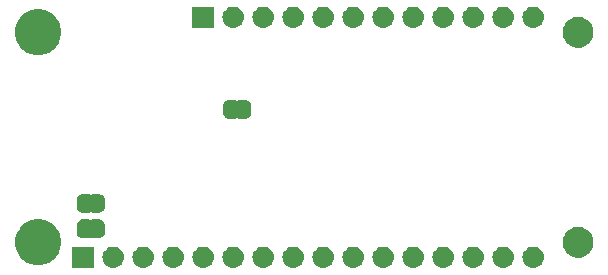
<source format=gbr>
G04 #@! TF.GenerationSoftware,KiCad,Pcbnew,(5.1.4)-1*
G04 #@! TF.CreationDate,2019-12-01T21:56:44-05:00*
G04 #@! TF.ProjectId,Feather-weather-station,46656174-6865-4722-9d77-656174686572,rev?*
G04 #@! TF.SameCoordinates,Original*
G04 #@! TF.FileFunction,Soldermask,Bot*
G04 #@! TF.FilePolarity,Negative*
%FSLAX46Y46*%
G04 Gerber Fmt 4.6, Leading zero omitted, Abs format (unit mm)*
G04 Created by KiCad (PCBNEW (5.1.4)-1) date 2019-12-01 21:56:44*
%MOMM*%
%LPD*%
G04 APERTURE LIST*
%ADD10C,0.100000*%
G04 APERTURE END LIST*
D10*
G36*
X128291543Y-71686019D02*
G01*
X128357727Y-71692537D01*
X128527566Y-71744057D01*
X128684091Y-71827722D01*
X128719829Y-71857052D01*
X128821286Y-71940314D01*
X128904548Y-72041771D01*
X128933878Y-72077509D01*
X129017543Y-72234034D01*
X129069063Y-72403873D01*
X129086459Y-72580500D01*
X129069063Y-72757127D01*
X129017543Y-72926966D01*
X128933878Y-73083491D01*
X128904548Y-73119229D01*
X128821286Y-73220686D01*
X128719829Y-73303948D01*
X128684091Y-73333278D01*
X128527566Y-73416943D01*
X128357727Y-73468463D01*
X128291542Y-73474982D01*
X128225360Y-73481500D01*
X128136840Y-73481500D01*
X128070658Y-73474982D01*
X128004473Y-73468463D01*
X127834634Y-73416943D01*
X127678109Y-73333278D01*
X127642371Y-73303948D01*
X127540914Y-73220686D01*
X127457652Y-73119229D01*
X127428322Y-73083491D01*
X127344657Y-72926966D01*
X127293137Y-72757127D01*
X127275741Y-72580500D01*
X127293137Y-72403873D01*
X127344657Y-72234034D01*
X127428322Y-72077509D01*
X127457652Y-72041771D01*
X127540914Y-71940314D01*
X127642371Y-71857052D01*
X127678109Y-71827722D01*
X127834634Y-71744057D01*
X128004473Y-71692537D01*
X128070657Y-71686019D01*
X128136840Y-71679500D01*
X128225360Y-71679500D01*
X128291543Y-71686019D01*
X128291543Y-71686019D01*
G37*
G36*
X146071543Y-71686019D02*
G01*
X146137727Y-71692537D01*
X146307566Y-71744057D01*
X146464091Y-71827722D01*
X146499829Y-71857052D01*
X146601286Y-71940314D01*
X146684548Y-72041771D01*
X146713878Y-72077509D01*
X146797543Y-72234034D01*
X146849063Y-72403873D01*
X146866459Y-72580500D01*
X146849063Y-72757127D01*
X146797543Y-72926966D01*
X146713878Y-73083491D01*
X146684548Y-73119229D01*
X146601286Y-73220686D01*
X146499829Y-73303948D01*
X146464091Y-73333278D01*
X146307566Y-73416943D01*
X146137727Y-73468463D01*
X146071542Y-73474982D01*
X146005360Y-73481500D01*
X145916840Y-73481500D01*
X145850658Y-73474982D01*
X145784473Y-73468463D01*
X145614634Y-73416943D01*
X145458109Y-73333278D01*
X145422371Y-73303948D01*
X145320914Y-73220686D01*
X145237652Y-73119229D01*
X145208322Y-73083491D01*
X145124657Y-72926966D01*
X145073137Y-72757127D01*
X145055741Y-72580500D01*
X145073137Y-72403873D01*
X145124657Y-72234034D01*
X145208322Y-72077509D01*
X145237652Y-72041771D01*
X145320914Y-71940314D01*
X145422371Y-71857052D01*
X145458109Y-71827722D01*
X145614634Y-71744057D01*
X145784473Y-71692537D01*
X145850657Y-71686019D01*
X145916840Y-71679500D01*
X146005360Y-71679500D01*
X146071543Y-71686019D01*
X146071543Y-71686019D01*
G37*
G36*
X143531543Y-71686019D02*
G01*
X143597727Y-71692537D01*
X143767566Y-71744057D01*
X143924091Y-71827722D01*
X143959829Y-71857052D01*
X144061286Y-71940314D01*
X144144548Y-72041771D01*
X144173878Y-72077509D01*
X144257543Y-72234034D01*
X144309063Y-72403873D01*
X144326459Y-72580500D01*
X144309063Y-72757127D01*
X144257543Y-72926966D01*
X144173878Y-73083491D01*
X144144548Y-73119229D01*
X144061286Y-73220686D01*
X143959829Y-73303948D01*
X143924091Y-73333278D01*
X143767566Y-73416943D01*
X143597727Y-73468463D01*
X143531542Y-73474982D01*
X143465360Y-73481500D01*
X143376840Y-73481500D01*
X143310658Y-73474982D01*
X143244473Y-73468463D01*
X143074634Y-73416943D01*
X142918109Y-73333278D01*
X142882371Y-73303948D01*
X142780914Y-73220686D01*
X142697652Y-73119229D01*
X142668322Y-73083491D01*
X142584657Y-72926966D01*
X142533137Y-72757127D01*
X142515741Y-72580500D01*
X142533137Y-72403873D01*
X142584657Y-72234034D01*
X142668322Y-72077509D01*
X142697652Y-72041771D01*
X142780914Y-71940314D01*
X142882371Y-71857052D01*
X142918109Y-71827722D01*
X143074634Y-71744057D01*
X143244473Y-71692537D01*
X143310657Y-71686019D01*
X143376840Y-71679500D01*
X143465360Y-71679500D01*
X143531543Y-71686019D01*
X143531543Y-71686019D01*
G37*
G36*
X140991543Y-71686019D02*
G01*
X141057727Y-71692537D01*
X141227566Y-71744057D01*
X141384091Y-71827722D01*
X141419829Y-71857052D01*
X141521286Y-71940314D01*
X141604548Y-72041771D01*
X141633878Y-72077509D01*
X141717543Y-72234034D01*
X141769063Y-72403873D01*
X141786459Y-72580500D01*
X141769063Y-72757127D01*
X141717543Y-72926966D01*
X141633878Y-73083491D01*
X141604548Y-73119229D01*
X141521286Y-73220686D01*
X141419829Y-73303948D01*
X141384091Y-73333278D01*
X141227566Y-73416943D01*
X141057727Y-73468463D01*
X140991542Y-73474982D01*
X140925360Y-73481500D01*
X140836840Y-73481500D01*
X140770658Y-73474982D01*
X140704473Y-73468463D01*
X140534634Y-73416943D01*
X140378109Y-73333278D01*
X140342371Y-73303948D01*
X140240914Y-73220686D01*
X140157652Y-73119229D01*
X140128322Y-73083491D01*
X140044657Y-72926966D01*
X139993137Y-72757127D01*
X139975741Y-72580500D01*
X139993137Y-72403873D01*
X140044657Y-72234034D01*
X140128322Y-72077509D01*
X140157652Y-72041771D01*
X140240914Y-71940314D01*
X140342371Y-71857052D01*
X140378109Y-71827722D01*
X140534634Y-71744057D01*
X140704473Y-71692537D01*
X140770657Y-71686019D01*
X140836840Y-71679500D01*
X140925360Y-71679500D01*
X140991543Y-71686019D01*
X140991543Y-71686019D01*
G37*
G36*
X138451543Y-71686019D02*
G01*
X138517727Y-71692537D01*
X138687566Y-71744057D01*
X138844091Y-71827722D01*
X138879829Y-71857052D01*
X138981286Y-71940314D01*
X139064548Y-72041771D01*
X139093878Y-72077509D01*
X139177543Y-72234034D01*
X139229063Y-72403873D01*
X139246459Y-72580500D01*
X139229063Y-72757127D01*
X139177543Y-72926966D01*
X139093878Y-73083491D01*
X139064548Y-73119229D01*
X138981286Y-73220686D01*
X138879829Y-73303948D01*
X138844091Y-73333278D01*
X138687566Y-73416943D01*
X138517727Y-73468463D01*
X138451542Y-73474982D01*
X138385360Y-73481500D01*
X138296840Y-73481500D01*
X138230658Y-73474982D01*
X138164473Y-73468463D01*
X137994634Y-73416943D01*
X137838109Y-73333278D01*
X137802371Y-73303948D01*
X137700914Y-73220686D01*
X137617652Y-73119229D01*
X137588322Y-73083491D01*
X137504657Y-72926966D01*
X137453137Y-72757127D01*
X137435741Y-72580500D01*
X137453137Y-72403873D01*
X137504657Y-72234034D01*
X137588322Y-72077509D01*
X137617652Y-72041771D01*
X137700914Y-71940314D01*
X137802371Y-71857052D01*
X137838109Y-71827722D01*
X137994634Y-71744057D01*
X138164473Y-71692537D01*
X138230657Y-71686019D01*
X138296840Y-71679500D01*
X138385360Y-71679500D01*
X138451543Y-71686019D01*
X138451543Y-71686019D01*
G37*
G36*
X135911543Y-71686019D02*
G01*
X135977727Y-71692537D01*
X136147566Y-71744057D01*
X136304091Y-71827722D01*
X136339829Y-71857052D01*
X136441286Y-71940314D01*
X136524548Y-72041771D01*
X136553878Y-72077509D01*
X136637543Y-72234034D01*
X136689063Y-72403873D01*
X136706459Y-72580500D01*
X136689063Y-72757127D01*
X136637543Y-72926966D01*
X136553878Y-73083491D01*
X136524548Y-73119229D01*
X136441286Y-73220686D01*
X136339829Y-73303948D01*
X136304091Y-73333278D01*
X136147566Y-73416943D01*
X135977727Y-73468463D01*
X135911542Y-73474982D01*
X135845360Y-73481500D01*
X135756840Y-73481500D01*
X135690658Y-73474982D01*
X135624473Y-73468463D01*
X135454634Y-73416943D01*
X135298109Y-73333278D01*
X135262371Y-73303948D01*
X135160914Y-73220686D01*
X135077652Y-73119229D01*
X135048322Y-73083491D01*
X134964657Y-72926966D01*
X134913137Y-72757127D01*
X134895741Y-72580500D01*
X134913137Y-72403873D01*
X134964657Y-72234034D01*
X135048322Y-72077509D01*
X135077652Y-72041771D01*
X135160914Y-71940314D01*
X135262371Y-71857052D01*
X135298109Y-71827722D01*
X135454634Y-71744057D01*
X135624473Y-71692537D01*
X135690657Y-71686019D01*
X135756840Y-71679500D01*
X135845360Y-71679500D01*
X135911543Y-71686019D01*
X135911543Y-71686019D01*
G37*
G36*
X133371543Y-71686019D02*
G01*
X133437727Y-71692537D01*
X133607566Y-71744057D01*
X133764091Y-71827722D01*
X133799829Y-71857052D01*
X133901286Y-71940314D01*
X133984548Y-72041771D01*
X134013878Y-72077509D01*
X134097543Y-72234034D01*
X134149063Y-72403873D01*
X134166459Y-72580500D01*
X134149063Y-72757127D01*
X134097543Y-72926966D01*
X134013878Y-73083491D01*
X133984548Y-73119229D01*
X133901286Y-73220686D01*
X133799829Y-73303948D01*
X133764091Y-73333278D01*
X133607566Y-73416943D01*
X133437727Y-73468463D01*
X133371542Y-73474982D01*
X133305360Y-73481500D01*
X133216840Y-73481500D01*
X133150658Y-73474982D01*
X133084473Y-73468463D01*
X132914634Y-73416943D01*
X132758109Y-73333278D01*
X132722371Y-73303948D01*
X132620914Y-73220686D01*
X132537652Y-73119229D01*
X132508322Y-73083491D01*
X132424657Y-72926966D01*
X132373137Y-72757127D01*
X132355741Y-72580500D01*
X132373137Y-72403873D01*
X132424657Y-72234034D01*
X132508322Y-72077509D01*
X132537652Y-72041771D01*
X132620914Y-71940314D01*
X132722371Y-71857052D01*
X132758109Y-71827722D01*
X132914634Y-71744057D01*
X133084473Y-71692537D01*
X133150657Y-71686019D01*
X133216840Y-71679500D01*
X133305360Y-71679500D01*
X133371543Y-71686019D01*
X133371543Y-71686019D01*
G37*
G36*
X130831543Y-71686019D02*
G01*
X130897727Y-71692537D01*
X131067566Y-71744057D01*
X131224091Y-71827722D01*
X131259829Y-71857052D01*
X131361286Y-71940314D01*
X131444548Y-72041771D01*
X131473878Y-72077509D01*
X131557543Y-72234034D01*
X131609063Y-72403873D01*
X131626459Y-72580500D01*
X131609063Y-72757127D01*
X131557543Y-72926966D01*
X131473878Y-73083491D01*
X131444548Y-73119229D01*
X131361286Y-73220686D01*
X131259829Y-73303948D01*
X131224091Y-73333278D01*
X131067566Y-73416943D01*
X130897727Y-73468463D01*
X130831542Y-73474982D01*
X130765360Y-73481500D01*
X130676840Y-73481500D01*
X130610658Y-73474982D01*
X130544473Y-73468463D01*
X130374634Y-73416943D01*
X130218109Y-73333278D01*
X130182371Y-73303948D01*
X130080914Y-73220686D01*
X129997652Y-73119229D01*
X129968322Y-73083491D01*
X129884657Y-72926966D01*
X129833137Y-72757127D01*
X129815741Y-72580500D01*
X129833137Y-72403873D01*
X129884657Y-72234034D01*
X129968322Y-72077509D01*
X129997652Y-72041771D01*
X130080914Y-71940314D01*
X130182371Y-71857052D01*
X130218109Y-71827722D01*
X130374634Y-71744057D01*
X130544473Y-71692537D01*
X130610657Y-71686019D01*
X130676840Y-71679500D01*
X130765360Y-71679500D01*
X130831543Y-71686019D01*
X130831543Y-71686019D01*
G37*
G36*
X126542100Y-73481500D02*
G01*
X124740100Y-73481500D01*
X124740100Y-71679500D01*
X126542100Y-71679500D01*
X126542100Y-73481500D01*
X126542100Y-73481500D01*
G37*
G36*
X148611543Y-71686019D02*
G01*
X148677727Y-71692537D01*
X148847566Y-71744057D01*
X149004091Y-71827722D01*
X149039829Y-71857052D01*
X149141286Y-71940314D01*
X149224548Y-72041771D01*
X149253878Y-72077509D01*
X149337543Y-72234034D01*
X149389063Y-72403873D01*
X149406459Y-72580500D01*
X149389063Y-72757127D01*
X149337543Y-72926966D01*
X149253878Y-73083491D01*
X149224548Y-73119229D01*
X149141286Y-73220686D01*
X149039829Y-73303948D01*
X149004091Y-73333278D01*
X148847566Y-73416943D01*
X148677727Y-73468463D01*
X148611542Y-73474982D01*
X148545360Y-73481500D01*
X148456840Y-73481500D01*
X148390658Y-73474982D01*
X148324473Y-73468463D01*
X148154634Y-73416943D01*
X147998109Y-73333278D01*
X147962371Y-73303948D01*
X147860914Y-73220686D01*
X147777652Y-73119229D01*
X147748322Y-73083491D01*
X147664657Y-72926966D01*
X147613137Y-72757127D01*
X147595741Y-72580500D01*
X147613137Y-72403873D01*
X147664657Y-72234034D01*
X147748322Y-72077509D01*
X147777652Y-72041771D01*
X147860914Y-71940314D01*
X147962371Y-71857052D01*
X147998109Y-71827722D01*
X148154634Y-71744057D01*
X148324473Y-71692537D01*
X148390657Y-71686019D01*
X148456840Y-71679500D01*
X148545360Y-71679500D01*
X148611543Y-71686019D01*
X148611543Y-71686019D01*
G37*
G36*
X151151543Y-71686019D02*
G01*
X151217727Y-71692537D01*
X151387566Y-71744057D01*
X151544091Y-71827722D01*
X151579829Y-71857052D01*
X151681286Y-71940314D01*
X151764548Y-72041771D01*
X151793878Y-72077509D01*
X151877543Y-72234034D01*
X151929063Y-72403873D01*
X151946459Y-72580500D01*
X151929063Y-72757127D01*
X151877543Y-72926966D01*
X151793878Y-73083491D01*
X151764548Y-73119229D01*
X151681286Y-73220686D01*
X151579829Y-73303948D01*
X151544091Y-73333278D01*
X151387566Y-73416943D01*
X151217727Y-73468463D01*
X151151542Y-73474982D01*
X151085360Y-73481500D01*
X150996840Y-73481500D01*
X150930658Y-73474982D01*
X150864473Y-73468463D01*
X150694634Y-73416943D01*
X150538109Y-73333278D01*
X150502371Y-73303948D01*
X150400914Y-73220686D01*
X150317652Y-73119229D01*
X150288322Y-73083491D01*
X150204657Y-72926966D01*
X150153137Y-72757127D01*
X150135741Y-72580500D01*
X150153137Y-72403873D01*
X150204657Y-72234034D01*
X150288322Y-72077509D01*
X150317652Y-72041771D01*
X150400914Y-71940314D01*
X150502371Y-71857052D01*
X150538109Y-71827722D01*
X150694634Y-71744057D01*
X150864473Y-71692537D01*
X150930657Y-71686019D01*
X150996840Y-71679500D01*
X151085360Y-71679500D01*
X151151543Y-71686019D01*
X151151543Y-71686019D01*
G37*
G36*
X153691543Y-71686019D02*
G01*
X153757727Y-71692537D01*
X153927566Y-71744057D01*
X154084091Y-71827722D01*
X154119829Y-71857052D01*
X154221286Y-71940314D01*
X154304548Y-72041771D01*
X154333878Y-72077509D01*
X154417543Y-72234034D01*
X154469063Y-72403873D01*
X154486459Y-72580500D01*
X154469063Y-72757127D01*
X154417543Y-72926966D01*
X154333878Y-73083491D01*
X154304548Y-73119229D01*
X154221286Y-73220686D01*
X154119829Y-73303948D01*
X154084091Y-73333278D01*
X153927566Y-73416943D01*
X153757727Y-73468463D01*
X153691542Y-73474982D01*
X153625360Y-73481500D01*
X153536840Y-73481500D01*
X153470658Y-73474982D01*
X153404473Y-73468463D01*
X153234634Y-73416943D01*
X153078109Y-73333278D01*
X153042371Y-73303948D01*
X152940914Y-73220686D01*
X152857652Y-73119229D01*
X152828322Y-73083491D01*
X152744657Y-72926966D01*
X152693137Y-72757127D01*
X152675741Y-72580500D01*
X152693137Y-72403873D01*
X152744657Y-72234034D01*
X152828322Y-72077509D01*
X152857652Y-72041771D01*
X152940914Y-71940314D01*
X153042371Y-71857052D01*
X153078109Y-71827722D01*
X153234634Y-71744057D01*
X153404473Y-71692537D01*
X153470657Y-71686019D01*
X153536840Y-71679500D01*
X153625360Y-71679500D01*
X153691543Y-71686019D01*
X153691543Y-71686019D01*
G37*
G36*
X156231543Y-71686019D02*
G01*
X156297727Y-71692537D01*
X156467566Y-71744057D01*
X156624091Y-71827722D01*
X156659829Y-71857052D01*
X156761286Y-71940314D01*
X156844548Y-72041771D01*
X156873878Y-72077509D01*
X156957543Y-72234034D01*
X157009063Y-72403873D01*
X157026459Y-72580500D01*
X157009063Y-72757127D01*
X156957543Y-72926966D01*
X156873878Y-73083491D01*
X156844548Y-73119229D01*
X156761286Y-73220686D01*
X156659829Y-73303948D01*
X156624091Y-73333278D01*
X156467566Y-73416943D01*
X156297727Y-73468463D01*
X156231542Y-73474982D01*
X156165360Y-73481500D01*
X156076840Y-73481500D01*
X156010658Y-73474982D01*
X155944473Y-73468463D01*
X155774634Y-73416943D01*
X155618109Y-73333278D01*
X155582371Y-73303948D01*
X155480914Y-73220686D01*
X155397652Y-73119229D01*
X155368322Y-73083491D01*
X155284657Y-72926966D01*
X155233137Y-72757127D01*
X155215741Y-72580500D01*
X155233137Y-72403873D01*
X155284657Y-72234034D01*
X155368322Y-72077509D01*
X155397652Y-72041771D01*
X155480914Y-71940314D01*
X155582371Y-71857052D01*
X155618109Y-71827722D01*
X155774634Y-71744057D01*
X155944473Y-71692537D01*
X156010657Y-71686019D01*
X156076840Y-71679500D01*
X156165360Y-71679500D01*
X156231543Y-71686019D01*
X156231543Y-71686019D01*
G37*
G36*
X158771543Y-71686019D02*
G01*
X158837727Y-71692537D01*
X159007566Y-71744057D01*
X159164091Y-71827722D01*
X159199829Y-71857052D01*
X159301286Y-71940314D01*
X159384548Y-72041771D01*
X159413878Y-72077509D01*
X159497543Y-72234034D01*
X159549063Y-72403873D01*
X159566459Y-72580500D01*
X159549063Y-72757127D01*
X159497543Y-72926966D01*
X159413878Y-73083491D01*
X159384548Y-73119229D01*
X159301286Y-73220686D01*
X159199829Y-73303948D01*
X159164091Y-73333278D01*
X159007566Y-73416943D01*
X158837727Y-73468463D01*
X158771542Y-73474982D01*
X158705360Y-73481500D01*
X158616840Y-73481500D01*
X158550658Y-73474982D01*
X158484473Y-73468463D01*
X158314634Y-73416943D01*
X158158109Y-73333278D01*
X158122371Y-73303948D01*
X158020914Y-73220686D01*
X157937652Y-73119229D01*
X157908322Y-73083491D01*
X157824657Y-72926966D01*
X157773137Y-72757127D01*
X157755741Y-72580500D01*
X157773137Y-72403873D01*
X157824657Y-72234034D01*
X157908322Y-72077509D01*
X157937652Y-72041771D01*
X158020914Y-71940314D01*
X158122371Y-71857052D01*
X158158109Y-71827722D01*
X158314634Y-71744057D01*
X158484473Y-71692537D01*
X158550657Y-71686019D01*
X158616840Y-71679500D01*
X158705360Y-71679500D01*
X158771543Y-71686019D01*
X158771543Y-71686019D01*
G37*
G36*
X161311543Y-71686019D02*
G01*
X161377727Y-71692537D01*
X161547566Y-71744057D01*
X161704091Y-71827722D01*
X161739829Y-71857052D01*
X161841286Y-71940314D01*
X161924548Y-72041771D01*
X161953878Y-72077509D01*
X162037543Y-72234034D01*
X162089063Y-72403873D01*
X162106459Y-72580500D01*
X162089063Y-72757127D01*
X162037543Y-72926966D01*
X161953878Y-73083491D01*
X161924548Y-73119229D01*
X161841286Y-73220686D01*
X161739829Y-73303948D01*
X161704091Y-73333278D01*
X161547566Y-73416943D01*
X161377727Y-73468463D01*
X161311542Y-73474982D01*
X161245360Y-73481500D01*
X161156840Y-73481500D01*
X161090658Y-73474982D01*
X161024473Y-73468463D01*
X160854634Y-73416943D01*
X160698109Y-73333278D01*
X160662371Y-73303948D01*
X160560914Y-73220686D01*
X160477652Y-73119229D01*
X160448322Y-73083491D01*
X160364657Y-72926966D01*
X160313137Y-72757127D01*
X160295741Y-72580500D01*
X160313137Y-72403873D01*
X160364657Y-72234034D01*
X160448322Y-72077509D01*
X160477652Y-72041771D01*
X160560914Y-71940314D01*
X160662371Y-71857052D01*
X160698109Y-71827722D01*
X160854634Y-71744057D01*
X161024473Y-71692537D01*
X161090657Y-71686019D01*
X161156840Y-71679500D01*
X161245360Y-71679500D01*
X161311543Y-71686019D01*
X161311543Y-71686019D01*
G37*
G36*
X163851543Y-71686019D02*
G01*
X163917727Y-71692537D01*
X164087566Y-71744057D01*
X164244091Y-71827722D01*
X164279829Y-71857052D01*
X164381286Y-71940314D01*
X164464548Y-72041771D01*
X164493878Y-72077509D01*
X164577543Y-72234034D01*
X164629063Y-72403873D01*
X164646459Y-72580500D01*
X164629063Y-72757127D01*
X164577543Y-72926966D01*
X164493878Y-73083491D01*
X164464548Y-73119229D01*
X164381286Y-73220686D01*
X164279829Y-73303948D01*
X164244091Y-73333278D01*
X164087566Y-73416943D01*
X163917727Y-73468463D01*
X163851542Y-73474982D01*
X163785360Y-73481500D01*
X163696840Y-73481500D01*
X163630658Y-73474982D01*
X163564473Y-73468463D01*
X163394634Y-73416943D01*
X163238109Y-73333278D01*
X163202371Y-73303948D01*
X163100914Y-73220686D01*
X163017652Y-73119229D01*
X162988322Y-73083491D01*
X162904657Y-72926966D01*
X162853137Y-72757127D01*
X162835741Y-72580500D01*
X162853137Y-72403873D01*
X162904657Y-72234034D01*
X162988322Y-72077509D01*
X163017652Y-72041771D01*
X163100914Y-71940314D01*
X163202371Y-71857052D01*
X163238109Y-71827722D01*
X163394634Y-71744057D01*
X163564473Y-71692537D01*
X163630657Y-71686019D01*
X163696840Y-71679500D01*
X163785360Y-71679500D01*
X163851543Y-71686019D01*
X163851543Y-71686019D01*
G37*
G36*
X122400185Y-69434475D02*
G01*
X122743307Y-69576601D01*
X122755245Y-69581546D01*
X123074790Y-69795059D01*
X123346541Y-70066810D01*
X123407184Y-70157569D01*
X123560055Y-70386357D01*
X123707125Y-70741415D01*
X123782100Y-71118342D01*
X123782100Y-71502658D01*
X123707125Y-71879585D01*
X123625142Y-72077509D01*
X123560054Y-72234645D01*
X123346541Y-72554190D01*
X123074790Y-72825941D01*
X122755245Y-73039454D01*
X122755244Y-73039455D01*
X122755243Y-73039455D01*
X122400185Y-73186525D01*
X122023258Y-73261500D01*
X121638942Y-73261500D01*
X121262015Y-73186525D01*
X120906957Y-73039455D01*
X120906956Y-73039455D01*
X120906955Y-73039454D01*
X120587410Y-72825941D01*
X120315659Y-72554190D01*
X120102146Y-72234645D01*
X120037058Y-72077509D01*
X119955075Y-71879585D01*
X119880100Y-71502658D01*
X119880100Y-71118342D01*
X119955075Y-70741415D01*
X120102145Y-70386357D01*
X120255016Y-70157569D01*
X120315659Y-70066810D01*
X120587410Y-69795059D01*
X120906955Y-69581546D01*
X120918893Y-69576601D01*
X121262015Y-69434475D01*
X121638942Y-69359500D01*
X122023258Y-69359500D01*
X122400185Y-69434475D01*
X122400185Y-69434475D01*
G37*
G36*
X167930587Y-70059496D02*
G01*
X168167353Y-70157568D01*
X168167355Y-70157569D01*
X168380439Y-70299947D01*
X168561653Y-70481161D01*
X168686066Y-70667358D01*
X168704032Y-70694247D01*
X168802104Y-70931013D01*
X168852100Y-71182361D01*
X168852100Y-71438639D01*
X168802104Y-71689987D01*
X168723569Y-71879586D01*
X168704031Y-71926755D01*
X168561653Y-72139839D01*
X168380439Y-72321053D01*
X168167355Y-72463431D01*
X168167354Y-72463432D01*
X168167353Y-72463432D01*
X167930587Y-72561504D01*
X167679239Y-72611500D01*
X167422961Y-72611500D01*
X167171613Y-72561504D01*
X166934847Y-72463432D01*
X166934846Y-72463432D01*
X166934845Y-72463431D01*
X166721761Y-72321053D01*
X166540547Y-72139839D01*
X166398169Y-71926755D01*
X166378631Y-71879586D01*
X166300096Y-71689987D01*
X166250100Y-71438639D01*
X166250100Y-71182361D01*
X166300096Y-70931013D01*
X166398168Y-70694247D01*
X166416135Y-70667358D01*
X166540547Y-70481161D01*
X166721761Y-70299947D01*
X166934845Y-70157569D01*
X166934847Y-70157568D01*
X167171613Y-70059496D01*
X167422961Y-70009500D01*
X167679239Y-70009500D01*
X167930587Y-70059496D01*
X167930587Y-70059496D01*
G37*
G36*
X126146499Y-69367237D02*
G01*
X126156108Y-69370152D01*
X126164972Y-69374890D01*
X126172737Y-69381263D01*
X126182948Y-69393706D01*
X126189878Y-69404075D01*
X126207205Y-69421402D01*
X126227580Y-69435015D01*
X126250220Y-69444391D01*
X126274253Y-69449171D01*
X126298757Y-69449170D01*
X126322790Y-69444388D01*
X126345429Y-69435010D01*
X126365802Y-69421395D01*
X126383129Y-69404068D01*
X126390058Y-69393698D01*
X126400263Y-69381263D01*
X126408028Y-69374890D01*
X126416892Y-69370152D01*
X126426501Y-69367237D01*
X126442640Y-69365648D01*
X126930361Y-69365648D01*
X126948699Y-69367454D01*
X126960950Y-69368056D01*
X126979369Y-69368056D01*
X127001649Y-69370250D01*
X127085733Y-69386976D01*
X127107160Y-69393476D01*
X127186358Y-69426280D01*
X127191803Y-69429191D01*
X127191809Y-69429193D01*
X127200669Y-69433929D01*
X127200673Y-69433932D01*
X127206114Y-69436840D01*
X127277399Y-69484471D01*
X127294704Y-69498672D01*
X127355328Y-69559296D01*
X127369529Y-69576601D01*
X127417160Y-69647886D01*
X127420068Y-69653327D01*
X127420071Y-69653331D01*
X127424807Y-69662191D01*
X127424809Y-69662197D01*
X127427720Y-69667642D01*
X127460524Y-69746840D01*
X127467024Y-69768267D01*
X127483750Y-69852351D01*
X127485944Y-69874631D01*
X127485944Y-69893050D01*
X127486546Y-69905301D01*
X127488352Y-69923639D01*
X127488352Y-70411362D01*
X127486546Y-70429699D01*
X127485944Y-70441950D01*
X127485944Y-70460369D01*
X127483750Y-70482649D01*
X127467024Y-70566733D01*
X127460524Y-70588160D01*
X127427720Y-70667358D01*
X127424809Y-70672803D01*
X127424807Y-70672809D01*
X127420071Y-70681669D01*
X127420068Y-70681673D01*
X127417160Y-70687114D01*
X127369529Y-70758399D01*
X127355328Y-70775704D01*
X127294704Y-70836328D01*
X127277399Y-70850529D01*
X127206114Y-70898160D01*
X127200673Y-70901068D01*
X127200669Y-70901071D01*
X127191809Y-70905807D01*
X127191803Y-70905809D01*
X127186358Y-70908720D01*
X127107160Y-70941524D01*
X127085733Y-70948024D01*
X127001649Y-70964750D01*
X126979369Y-70966944D01*
X126960950Y-70966944D01*
X126948699Y-70967546D01*
X126930362Y-70969352D01*
X126442640Y-70969352D01*
X126426501Y-70967763D01*
X126416892Y-70964848D01*
X126408028Y-70960110D01*
X126400263Y-70953737D01*
X126390052Y-70941294D01*
X126383122Y-70930925D01*
X126365795Y-70913598D01*
X126345420Y-70899985D01*
X126322780Y-70890609D01*
X126298747Y-70885829D01*
X126274243Y-70885830D01*
X126250210Y-70890612D01*
X126227571Y-70899990D01*
X126207198Y-70913605D01*
X126189871Y-70930932D01*
X126182942Y-70941302D01*
X126172737Y-70953737D01*
X126164972Y-70960110D01*
X126156108Y-70964848D01*
X126146499Y-70967763D01*
X126130360Y-70969352D01*
X125642638Y-70969352D01*
X125624301Y-70967546D01*
X125612050Y-70966944D01*
X125593631Y-70966944D01*
X125571351Y-70964750D01*
X125487267Y-70948024D01*
X125465840Y-70941524D01*
X125386642Y-70908720D01*
X125381197Y-70905809D01*
X125381191Y-70905807D01*
X125372331Y-70901071D01*
X125372327Y-70901068D01*
X125366886Y-70898160D01*
X125295601Y-70850529D01*
X125278296Y-70836328D01*
X125217672Y-70775704D01*
X125203471Y-70758399D01*
X125155840Y-70687114D01*
X125152932Y-70681673D01*
X125152929Y-70681669D01*
X125148193Y-70672809D01*
X125148191Y-70672803D01*
X125145280Y-70667358D01*
X125112476Y-70588160D01*
X125105976Y-70566733D01*
X125089250Y-70482649D01*
X125087056Y-70460369D01*
X125087056Y-70441950D01*
X125086454Y-70429699D01*
X125084648Y-70411362D01*
X125084648Y-69923639D01*
X125086454Y-69905301D01*
X125087056Y-69893050D01*
X125087056Y-69874631D01*
X125089250Y-69852351D01*
X125105976Y-69768267D01*
X125112476Y-69746840D01*
X125145280Y-69667642D01*
X125148191Y-69662197D01*
X125148193Y-69662191D01*
X125152929Y-69653331D01*
X125152932Y-69653327D01*
X125155840Y-69647886D01*
X125203471Y-69576601D01*
X125217672Y-69559296D01*
X125278296Y-69498672D01*
X125295601Y-69484471D01*
X125366886Y-69436840D01*
X125372327Y-69433932D01*
X125372331Y-69433929D01*
X125381191Y-69429193D01*
X125381197Y-69429191D01*
X125386642Y-69426280D01*
X125465840Y-69393476D01*
X125487267Y-69386976D01*
X125571351Y-69370250D01*
X125593631Y-69368056D01*
X125612050Y-69368056D01*
X125624301Y-69367454D01*
X125642639Y-69365648D01*
X126130360Y-69365648D01*
X126146499Y-69367237D01*
X126146499Y-69367237D01*
G37*
G36*
X126146499Y-67220937D02*
G01*
X126156108Y-67223852D01*
X126164972Y-67228590D01*
X126172737Y-67234963D01*
X126182948Y-67247406D01*
X126189878Y-67257775D01*
X126207205Y-67275102D01*
X126227580Y-67288715D01*
X126250220Y-67298091D01*
X126274253Y-67302871D01*
X126298757Y-67302870D01*
X126322790Y-67298088D01*
X126345429Y-67288710D01*
X126365802Y-67275095D01*
X126383129Y-67257768D01*
X126390058Y-67247398D01*
X126400263Y-67234963D01*
X126408028Y-67228590D01*
X126416892Y-67223852D01*
X126426501Y-67220937D01*
X126442640Y-67219348D01*
X126930361Y-67219348D01*
X126948699Y-67221154D01*
X126960950Y-67221756D01*
X126979369Y-67221756D01*
X127001649Y-67223950D01*
X127085733Y-67240676D01*
X127107160Y-67247176D01*
X127186358Y-67279980D01*
X127191803Y-67282891D01*
X127191809Y-67282893D01*
X127200669Y-67287629D01*
X127200673Y-67287632D01*
X127206114Y-67290540D01*
X127277399Y-67338171D01*
X127294704Y-67352372D01*
X127355328Y-67412996D01*
X127369529Y-67430301D01*
X127417160Y-67501586D01*
X127420068Y-67507027D01*
X127420071Y-67507031D01*
X127424807Y-67515891D01*
X127424809Y-67515897D01*
X127427720Y-67521342D01*
X127460524Y-67600540D01*
X127467024Y-67621967D01*
X127483750Y-67706051D01*
X127485944Y-67728331D01*
X127485944Y-67746750D01*
X127486546Y-67759001D01*
X127488352Y-67777339D01*
X127488352Y-68265062D01*
X127486546Y-68283399D01*
X127485944Y-68295650D01*
X127485944Y-68314069D01*
X127483750Y-68336349D01*
X127467024Y-68420433D01*
X127460524Y-68441860D01*
X127427720Y-68521058D01*
X127424809Y-68526503D01*
X127424807Y-68526509D01*
X127420071Y-68535369D01*
X127420068Y-68535373D01*
X127417160Y-68540814D01*
X127369529Y-68612099D01*
X127355328Y-68629404D01*
X127294704Y-68690028D01*
X127277399Y-68704229D01*
X127206114Y-68751860D01*
X127200673Y-68754768D01*
X127200669Y-68754771D01*
X127191809Y-68759507D01*
X127191803Y-68759509D01*
X127186358Y-68762420D01*
X127107160Y-68795224D01*
X127085733Y-68801724D01*
X127001649Y-68818450D01*
X126979369Y-68820644D01*
X126960950Y-68820644D01*
X126948699Y-68821246D01*
X126930362Y-68823052D01*
X126442640Y-68823052D01*
X126426501Y-68821463D01*
X126416892Y-68818548D01*
X126408028Y-68813810D01*
X126400263Y-68807437D01*
X126390052Y-68794994D01*
X126383122Y-68784625D01*
X126365795Y-68767298D01*
X126345420Y-68753685D01*
X126322780Y-68744309D01*
X126298747Y-68739529D01*
X126274243Y-68739530D01*
X126250210Y-68744312D01*
X126227571Y-68753690D01*
X126207198Y-68767305D01*
X126189871Y-68784632D01*
X126182942Y-68795002D01*
X126172737Y-68807437D01*
X126164972Y-68813810D01*
X126156108Y-68818548D01*
X126146499Y-68821463D01*
X126130360Y-68823052D01*
X125642638Y-68823052D01*
X125624301Y-68821246D01*
X125612050Y-68820644D01*
X125593631Y-68820644D01*
X125571351Y-68818450D01*
X125487267Y-68801724D01*
X125465840Y-68795224D01*
X125386642Y-68762420D01*
X125381197Y-68759509D01*
X125381191Y-68759507D01*
X125372331Y-68754771D01*
X125372327Y-68754768D01*
X125366886Y-68751860D01*
X125295601Y-68704229D01*
X125278296Y-68690028D01*
X125217672Y-68629404D01*
X125203471Y-68612099D01*
X125155840Y-68540814D01*
X125152932Y-68535373D01*
X125152929Y-68535369D01*
X125148193Y-68526509D01*
X125148191Y-68526503D01*
X125145280Y-68521058D01*
X125112476Y-68441860D01*
X125105976Y-68420433D01*
X125089250Y-68336349D01*
X125087056Y-68314069D01*
X125087056Y-68295650D01*
X125086454Y-68283399D01*
X125084648Y-68265062D01*
X125084648Y-67777339D01*
X125086454Y-67759001D01*
X125087056Y-67746750D01*
X125087056Y-67728331D01*
X125089250Y-67706051D01*
X125105976Y-67621967D01*
X125112476Y-67600540D01*
X125145280Y-67521342D01*
X125148191Y-67515897D01*
X125148193Y-67515891D01*
X125152929Y-67507031D01*
X125152932Y-67507027D01*
X125155840Y-67501586D01*
X125203471Y-67430301D01*
X125217672Y-67412996D01*
X125278296Y-67352372D01*
X125295601Y-67338171D01*
X125366886Y-67290540D01*
X125372327Y-67287632D01*
X125372331Y-67287629D01*
X125381191Y-67282893D01*
X125381197Y-67282891D01*
X125386642Y-67279980D01*
X125465840Y-67247176D01*
X125487267Y-67240676D01*
X125571351Y-67223950D01*
X125593631Y-67221756D01*
X125612050Y-67221756D01*
X125624301Y-67221154D01*
X125642639Y-67219348D01*
X126130360Y-67219348D01*
X126146499Y-67220937D01*
X126146499Y-67220937D01*
G37*
G36*
X138541699Y-59258037D02*
G01*
X138551308Y-59260952D01*
X138560172Y-59265690D01*
X138567937Y-59272063D01*
X138578148Y-59284506D01*
X138585078Y-59294875D01*
X138602405Y-59312202D01*
X138622780Y-59325815D01*
X138645420Y-59335191D01*
X138669453Y-59339971D01*
X138693957Y-59339970D01*
X138717990Y-59335188D01*
X138740629Y-59325810D01*
X138761002Y-59312195D01*
X138778329Y-59294868D01*
X138785258Y-59284498D01*
X138795463Y-59272063D01*
X138803228Y-59265690D01*
X138812092Y-59260952D01*
X138821701Y-59258037D01*
X138837840Y-59256448D01*
X139325561Y-59256448D01*
X139343899Y-59258254D01*
X139356150Y-59258856D01*
X139374569Y-59258856D01*
X139396849Y-59261050D01*
X139480933Y-59277776D01*
X139502360Y-59284276D01*
X139581558Y-59317080D01*
X139587003Y-59319991D01*
X139587009Y-59319993D01*
X139595869Y-59324729D01*
X139595873Y-59324732D01*
X139601314Y-59327640D01*
X139672599Y-59375271D01*
X139689904Y-59389472D01*
X139750528Y-59450096D01*
X139764729Y-59467401D01*
X139812360Y-59538686D01*
X139815268Y-59544127D01*
X139815271Y-59544131D01*
X139820007Y-59552991D01*
X139820009Y-59552997D01*
X139822920Y-59558442D01*
X139855724Y-59637640D01*
X139862224Y-59659067D01*
X139878950Y-59743151D01*
X139881144Y-59765431D01*
X139881144Y-59783850D01*
X139881746Y-59796101D01*
X139883552Y-59814439D01*
X139883552Y-60302162D01*
X139881746Y-60320499D01*
X139881144Y-60332750D01*
X139881144Y-60351169D01*
X139878950Y-60373449D01*
X139862224Y-60457533D01*
X139855724Y-60478960D01*
X139822920Y-60558158D01*
X139820009Y-60563603D01*
X139820007Y-60563609D01*
X139815271Y-60572469D01*
X139815268Y-60572473D01*
X139812360Y-60577914D01*
X139764729Y-60649199D01*
X139750528Y-60666504D01*
X139689904Y-60727128D01*
X139672599Y-60741329D01*
X139601314Y-60788960D01*
X139595873Y-60791868D01*
X139595869Y-60791871D01*
X139587009Y-60796607D01*
X139587003Y-60796609D01*
X139581558Y-60799520D01*
X139502360Y-60832324D01*
X139480933Y-60838824D01*
X139396849Y-60855550D01*
X139374569Y-60857744D01*
X139356150Y-60857744D01*
X139343899Y-60858346D01*
X139325562Y-60860152D01*
X138837840Y-60860152D01*
X138821701Y-60858563D01*
X138812092Y-60855648D01*
X138803228Y-60850910D01*
X138795463Y-60844537D01*
X138785252Y-60832094D01*
X138778322Y-60821725D01*
X138760995Y-60804398D01*
X138740620Y-60790785D01*
X138717980Y-60781409D01*
X138693947Y-60776629D01*
X138669443Y-60776630D01*
X138645410Y-60781412D01*
X138622771Y-60790790D01*
X138602398Y-60804405D01*
X138585071Y-60821732D01*
X138578142Y-60832102D01*
X138567937Y-60844537D01*
X138560172Y-60850910D01*
X138551308Y-60855648D01*
X138541699Y-60858563D01*
X138525560Y-60860152D01*
X138037838Y-60860152D01*
X138019501Y-60858346D01*
X138007250Y-60857744D01*
X137988831Y-60857744D01*
X137966551Y-60855550D01*
X137882467Y-60838824D01*
X137861040Y-60832324D01*
X137781842Y-60799520D01*
X137776397Y-60796609D01*
X137776391Y-60796607D01*
X137767531Y-60791871D01*
X137767527Y-60791868D01*
X137762086Y-60788960D01*
X137690801Y-60741329D01*
X137673496Y-60727128D01*
X137612872Y-60666504D01*
X137598671Y-60649199D01*
X137551040Y-60577914D01*
X137548132Y-60572473D01*
X137548129Y-60572469D01*
X137543393Y-60563609D01*
X137543391Y-60563603D01*
X137540480Y-60558158D01*
X137507676Y-60478960D01*
X137501176Y-60457533D01*
X137484450Y-60373449D01*
X137482256Y-60351169D01*
X137482256Y-60332750D01*
X137481654Y-60320499D01*
X137479848Y-60302162D01*
X137479848Y-59814439D01*
X137481654Y-59796101D01*
X137482256Y-59783850D01*
X137482256Y-59765431D01*
X137484450Y-59743151D01*
X137501176Y-59659067D01*
X137507676Y-59637640D01*
X137540480Y-59558442D01*
X137543391Y-59552997D01*
X137543393Y-59552991D01*
X137548129Y-59544131D01*
X137548132Y-59544127D01*
X137551040Y-59538686D01*
X137598671Y-59467401D01*
X137612872Y-59450096D01*
X137673496Y-59389472D01*
X137690801Y-59375271D01*
X137762086Y-59327640D01*
X137767527Y-59324732D01*
X137767531Y-59324729D01*
X137776391Y-59319993D01*
X137776397Y-59319991D01*
X137781842Y-59317080D01*
X137861040Y-59284276D01*
X137882467Y-59277776D01*
X137966551Y-59261050D01*
X137988831Y-59258856D01*
X138007250Y-59258856D01*
X138019501Y-59258254D01*
X138037839Y-59256448D01*
X138525560Y-59256448D01*
X138541699Y-59258037D01*
X138541699Y-59258037D01*
G37*
G36*
X122400185Y-51654475D02*
G01*
X122755243Y-51801545D01*
X122755245Y-51801546D01*
X123074790Y-52015059D01*
X123346541Y-52286810D01*
X123502318Y-52519947D01*
X123560055Y-52606357D01*
X123707125Y-52961415D01*
X123782100Y-53338342D01*
X123782100Y-53722658D01*
X123707125Y-54099585D01*
X123599324Y-54359839D01*
X123560054Y-54454645D01*
X123346541Y-54774190D01*
X123074790Y-55045941D01*
X122755245Y-55259454D01*
X122755244Y-55259455D01*
X122755243Y-55259455D01*
X122400185Y-55406525D01*
X122023258Y-55481500D01*
X121638942Y-55481500D01*
X121262015Y-55406525D01*
X120906957Y-55259455D01*
X120906956Y-55259455D01*
X120906955Y-55259454D01*
X120587410Y-55045941D01*
X120315659Y-54774190D01*
X120102146Y-54454645D01*
X120062876Y-54359839D01*
X119955075Y-54099585D01*
X119880100Y-53722658D01*
X119880100Y-53338342D01*
X119955075Y-52961415D01*
X120102145Y-52606357D01*
X120159882Y-52519947D01*
X120315659Y-52286810D01*
X120587410Y-52015059D01*
X120906955Y-51801546D01*
X120906957Y-51801545D01*
X121262015Y-51654475D01*
X121638942Y-51579500D01*
X122023258Y-51579500D01*
X122400185Y-51654475D01*
X122400185Y-51654475D01*
G37*
G36*
X167930587Y-52279496D02*
G01*
X168167353Y-52377568D01*
X168167355Y-52377569D01*
X168380439Y-52519947D01*
X168561653Y-52701161D01*
X168694971Y-52900685D01*
X168704032Y-52914247D01*
X168802104Y-53151013D01*
X168852100Y-53402361D01*
X168852100Y-53658639D01*
X168802104Y-53909987D01*
X168723569Y-54099586D01*
X168704031Y-54146755D01*
X168561653Y-54359839D01*
X168380439Y-54541053D01*
X168167355Y-54683431D01*
X168167354Y-54683432D01*
X168167353Y-54683432D01*
X167930587Y-54781504D01*
X167679239Y-54831500D01*
X167422961Y-54831500D01*
X167171613Y-54781504D01*
X166934847Y-54683432D01*
X166934846Y-54683432D01*
X166934845Y-54683431D01*
X166721761Y-54541053D01*
X166540547Y-54359839D01*
X166398169Y-54146755D01*
X166378631Y-54099586D01*
X166300096Y-53909987D01*
X166250100Y-53658639D01*
X166250100Y-53402361D01*
X166300096Y-53151013D01*
X166398168Y-52914247D01*
X166407230Y-52900685D01*
X166540547Y-52701161D01*
X166721761Y-52519947D01*
X166934845Y-52377569D01*
X166934847Y-52377568D01*
X167171613Y-52279496D01*
X167422961Y-52229500D01*
X167679239Y-52229500D01*
X167930587Y-52279496D01*
X167930587Y-52279496D01*
G37*
G36*
X163851543Y-51366019D02*
G01*
X163917727Y-51372537D01*
X164087566Y-51424057D01*
X164244091Y-51507722D01*
X164279829Y-51537052D01*
X164381286Y-51620314D01*
X164464548Y-51721771D01*
X164493878Y-51757509D01*
X164577543Y-51914034D01*
X164629063Y-52083873D01*
X164646459Y-52260500D01*
X164629063Y-52437127D01*
X164577543Y-52606966D01*
X164493878Y-52763491D01*
X164464548Y-52799229D01*
X164381286Y-52900686D01*
X164307286Y-52961415D01*
X164244091Y-53013278D01*
X164087566Y-53096943D01*
X163917727Y-53148463D01*
X163851543Y-53154981D01*
X163785360Y-53161500D01*
X163696840Y-53161500D01*
X163630657Y-53154981D01*
X163564473Y-53148463D01*
X163394634Y-53096943D01*
X163238109Y-53013278D01*
X163174914Y-52961415D01*
X163100914Y-52900686D01*
X163017652Y-52799229D01*
X162988322Y-52763491D01*
X162904657Y-52606966D01*
X162853137Y-52437127D01*
X162835741Y-52260500D01*
X162853137Y-52083873D01*
X162904657Y-51914034D01*
X162988322Y-51757509D01*
X163017652Y-51721771D01*
X163100914Y-51620314D01*
X163202371Y-51537052D01*
X163238109Y-51507722D01*
X163394634Y-51424057D01*
X163564473Y-51372537D01*
X163630657Y-51366019D01*
X163696840Y-51359500D01*
X163785360Y-51359500D01*
X163851543Y-51366019D01*
X163851543Y-51366019D01*
G37*
G36*
X161311543Y-51366019D02*
G01*
X161377727Y-51372537D01*
X161547566Y-51424057D01*
X161704091Y-51507722D01*
X161739829Y-51537052D01*
X161841286Y-51620314D01*
X161924548Y-51721771D01*
X161953878Y-51757509D01*
X162037543Y-51914034D01*
X162089063Y-52083873D01*
X162106459Y-52260500D01*
X162089063Y-52437127D01*
X162037543Y-52606966D01*
X161953878Y-52763491D01*
X161924548Y-52799229D01*
X161841286Y-52900686D01*
X161767286Y-52961415D01*
X161704091Y-53013278D01*
X161547566Y-53096943D01*
X161377727Y-53148463D01*
X161311543Y-53154981D01*
X161245360Y-53161500D01*
X161156840Y-53161500D01*
X161090657Y-53154981D01*
X161024473Y-53148463D01*
X160854634Y-53096943D01*
X160698109Y-53013278D01*
X160634914Y-52961415D01*
X160560914Y-52900686D01*
X160477652Y-52799229D01*
X160448322Y-52763491D01*
X160364657Y-52606966D01*
X160313137Y-52437127D01*
X160295741Y-52260500D01*
X160313137Y-52083873D01*
X160364657Y-51914034D01*
X160448322Y-51757509D01*
X160477652Y-51721771D01*
X160560914Y-51620314D01*
X160662371Y-51537052D01*
X160698109Y-51507722D01*
X160854634Y-51424057D01*
X161024473Y-51372537D01*
X161090657Y-51366019D01*
X161156840Y-51359500D01*
X161245360Y-51359500D01*
X161311543Y-51366019D01*
X161311543Y-51366019D01*
G37*
G36*
X158771543Y-51366019D02*
G01*
X158837727Y-51372537D01*
X159007566Y-51424057D01*
X159164091Y-51507722D01*
X159199829Y-51537052D01*
X159301286Y-51620314D01*
X159384548Y-51721771D01*
X159413878Y-51757509D01*
X159497543Y-51914034D01*
X159549063Y-52083873D01*
X159566459Y-52260500D01*
X159549063Y-52437127D01*
X159497543Y-52606966D01*
X159413878Y-52763491D01*
X159384548Y-52799229D01*
X159301286Y-52900686D01*
X159227286Y-52961415D01*
X159164091Y-53013278D01*
X159007566Y-53096943D01*
X158837727Y-53148463D01*
X158771543Y-53154981D01*
X158705360Y-53161500D01*
X158616840Y-53161500D01*
X158550657Y-53154981D01*
X158484473Y-53148463D01*
X158314634Y-53096943D01*
X158158109Y-53013278D01*
X158094914Y-52961415D01*
X158020914Y-52900686D01*
X157937652Y-52799229D01*
X157908322Y-52763491D01*
X157824657Y-52606966D01*
X157773137Y-52437127D01*
X157755741Y-52260500D01*
X157773137Y-52083873D01*
X157824657Y-51914034D01*
X157908322Y-51757509D01*
X157937652Y-51721771D01*
X158020914Y-51620314D01*
X158122371Y-51537052D01*
X158158109Y-51507722D01*
X158314634Y-51424057D01*
X158484473Y-51372537D01*
X158550657Y-51366019D01*
X158616840Y-51359500D01*
X158705360Y-51359500D01*
X158771543Y-51366019D01*
X158771543Y-51366019D01*
G37*
G36*
X153691543Y-51366019D02*
G01*
X153757727Y-51372537D01*
X153927566Y-51424057D01*
X154084091Y-51507722D01*
X154119829Y-51537052D01*
X154221286Y-51620314D01*
X154304548Y-51721771D01*
X154333878Y-51757509D01*
X154417543Y-51914034D01*
X154469063Y-52083873D01*
X154486459Y-52260500D01*
X154469063Y-52437127D01*
X154417543Y-52606966D01*
X154333878Y-52763491D01*
X154304548Y-52799229D01*
X154221286Y-52900686D01*
X154147286Y-52961415D01*
X154084091Y-53013278D01*
X153927566Y-53096943D01*
X153757727Y-53148463D01*
X153691543Y-53154981D01*
X153625360Y-53161500D01*
X153536840Y-53161500D01*
X153470657Y-53154981D01*
X153404473Y-53148463D01*
X153234634Y-53096943D01*
X153078109Y-53013278D01*
X153014914Y-52961415D01*
X152940914Y-52900686D01*
X152857652Y-52799229D01*
X152828322Y-52763491D01*
X152744657Y-52606966D01*
X152693137Y-52437127D01*
X152675741Y-52260500D01*
X152693137Y-52083873D01*
X152744657Y-51914034D01*
X152828322Y-51757509D01*
X152857652Y-51721771D01*
X152940914Y-51620314D01*
X153042371Y-51537052D01*
X153078109Y-51507722D01*
X153234634Y-51424057D01*
X153404473Y-51372537D01*
X153470657Y-51366019D01*
X153536840Y-51359500D01*
X153625360Y-51359500D01*
X153691543Y-51366019D01*
X153691543Y-51366019D01*
G37*
G36*
X151151543Y-51366019D02*
G01*
X151217727Y-51372537D01*
X151387566Y-51424057D01*
X151544091Y-51507722D01*
X151579829Y-51537052D01*
X151681286Y-51620314D01*
X151764548Y-51721771D01*
X151793878Y-51757509D01*
X151877543Y-51914034D01*
X151929063Y-52083873D01*
X151946459Y-52260500D01*
X151929063Y-52437127D01*
X151877543Y-52606966D01*
X151793878Y-52763491D01*
X151764548Y-52799229D01*
X151681286Y-52900686D01*
X151607286Y-52961415D01*
X151544091Y-53013278D01*
X151387566Y-53096943D01*
X151217727Y-53148463D01*
X151151543Y-53154981D01*
X151085360Y-53161500D01*
X150996840Y-53161500D01*
X150930657Y-53154981D01*
X150864473Y-53148463D01*
X150694634Y-53096943D01*
X150538109Y-53013278D01*
X150474914Y-52961415D01*
X150400914Y-52900686D01*
X150317652Y-52799229D01*
X150288322Y-52763491D01*
X150204657Y-52606966D01*
X150153137Y-52437127D01*
X150135741Y-52260500D01*
X150153137Y-52083873D01*
X150204657Y-51914034D01*
X150288322Y-51757509D01*
X150317652Y-51721771D01*
X150400914Y-51620314D01*
X150502371Y-51537052D01*
X150538109Y-51507722D01*
X150694634Y-51424057D01*
X150864473Y-51372537D01*
X150930657Y-51366019D01*
X150996840Y-51359500D01*
X151085360Y-51359500D01*
X151151543Y-51366019D01*
X151151543Y-51366019D01*
G37*
G36*
X148611543Y-51366019D02*
G01*
X148677727Y-51372537D01*
X148847566Y-51424057D01*
X149004091Y-51507722D01*
X149039829Y-51537052D01*
X149141286Y-51620314D01*
X149224548Y-51721771D01*
X149253878Y-51757509D01*
X149337543Y-51914034D01*
X149389063Y-52083873D01*
X149406459Y-52260500D01*
X149389063Y-52437127D01*
X149337543Y-52606966D01*
X149253878Y-52763491D01*
X149224548Y-52799229D01*
X149141286Y-52900686D01*
X149067286Y-52961415D01*
X149004091Y-53013278D01*
X148847566Y-53096943D01*
X148677727Y-53148463D01*
X148611543Y-53154981D01*
X148545360Y-53161500D01*
X148456840Y-53161500D01*
X148390657Y-53154981D01*
X148324473Y-53148463D01*
X148154634Y-53096943D01*
X147998109Y-53013278D01*
X147934914Y-52961415D01*
X147860914Y-52900686D01*
X147777652Y-52799229D01*
X147748322Y-52763491D01*
X147664657Y-52606966D01*
X147613137Y-52437127D01*
X147595741Y-52260500D01*
X147613137Y-52083873D01*
X147664657Y-51914034D01*
X147748322Y-51757509D01*
X147777652Y-51721771D01*
X147860914Y-51620314D01*
X147962371Y-51537052D01*
X147998109Y-51507722D01*
X148154634Y-51424057D01*
X148324473Y-51372537D01*
X148390657Y-51366019D01*
X148456840Y-51359500D01*
X148545360Y-51359500D01*
X148611543Y-51366019D01*
X148611543Y-51366019D01*
G37*
G36*
X146071543Y-51366019D02*
G01*
X146137727Y-51372537D01*
X146307566Y-51424057D01*
X146464091Y-51507722D01*
X146499829Y-51537052D01*
X146601286Y-51620314D01*
X146684548Y-51721771D01*
X146713878Y-51757509D01*
X146797543Y-51914034D01*
X146849063Y-52083873D01*
X146866459Y-52260500D01*
X146849063Y-52437127D01*
X146797543Y-52606966D01*
X146713878Y-52763491D01*
X146684548Y-52799229D01*
X146601286Y-52900686D01*
X146527286Y-52961415D01*
X146464091Y-53013278D01*
X146307566Y-53096943D01*
X146137727Y-53148463D01*
X146071543Y-53154981D01*
X146005360Y-53161500D01*
X145916840Y-53161500D01*
X145850657Y-53154981D01*
X145784473Y-53148463D01*
X145614634Y-53096943D01*
X145458109Y-53013278D01*
X145394914Y-52961415D01*
X145320914Y-52900686D01*
X145237652Y-52799229D01*
X145208322Y-52763491D01*
X145124657Y-52606966D01*
X145073137Y-52437127D01*
X145055741Y-52260500D01*
X145073137Y-52083873D01*
X145124657Y-51914034D01*
X145208322Y-51757509D01*
X145237652Y-51721771D01*
X145320914Y-51620314D01*
X145422371Y-51537052D01*
X145458109Y-51507722D01*
X145614634Y-51424057D01*
X145784473Y-51372537D01*
X145850657Y-51366019D01*
X145916840Y-51359500D01*
X146005360Y-51359500D01*
X146071543Y-51366019D01*
X146071543Y-51366019D01*
G37*
G36*
X143531543Y-51366019D02*
G01*
X143597727Y-51372537D01*
X143767566Y-51424057D01*
X143924091Y-51507722D01*
X143959829Y-51537052D01*
X144061286Y-51620314D01*
X144144548Y-51721771D01*
X144173878Y-51757509D01*
X144257543Y-51914034D01*
X144309063Y-52083873D01*
X144326459Y-52260500D01*
X144309063Y-52437127D01*
X144257543Y-52606966D01*
X144173878Y-52763491D01*
X144144548Y-52799229D01*
X144061286Y-52900686D01*
X143987286Y-52961415D01*
X143924091Y-53013278D01*
X143767566Y-53096943D01*
X143597727Y-53148463D01*
X143531543Y-53154981D01*
X143465360Y-53161500D01*
X143376840Y-53161500D01*
X143310657Y-53154981D01*
X143244473Y-53148463D01*
X143074634Y-53096943D01*
X142918109Y-53013278D01*
X142854914Y-52961415D01*
X142780914Y-52900686D01*
X142697652Y-52799229D01*
X142668322Y-52763491D01*
X142584657Y-52606966D01*
X142533137Y-52437127D01*
X142515741Y-52260500D01*
X142533137Y-52083873D01*
X142584657Y-51914034D01*
X142668322Y-51757509D01*
X142697652Y-51721771D01*
X142780914Y-51620314D01*
X142882371Y-51537052D01*
X142918109Y-51507722D01*
X143074634Y-51424057D01*
X143244473Y-51372537D01*
X143310657Y-51366019D01*
X143376840Y-51359500D01*
X143465360Y-51359500D01*
X143531543Y-51366019D01*
X143531543Y-51366019D01*
G37*
G36*
X140991543Y-51366019D02*
G01*
X141057727Y-51372537D01*
X141227566Y-51424057D01*
X141384091Y-51507722D01*
X141419829Y-51537052D01*
X141521286Y-51620314D01*
X141604548Y-51721771D01*
X141633878Y-51757509D01*
X141717543Y-51914034D01*
X141769063Y-52083873D01*
X141786459Y-52260500D01*
X141769063Y-52437127D01*
X141717543Y-52606966D01*
X141633878Y-52763491D01*
X141604548Y-52799229D01*
X141521286Y-52900686D01*
X141447286Y-52961415D01*
X141384091Y-53013278D01*
X141227566Y-53096943D01*
X141057727Y-53148463D01*
X140991543Y-53154981D01*
X140925360Y-53161500D01*
X140836840Y-53161500D01*
X140770657Y-53154981D01*
X140704473Y-53148463D01*
X140534634Y-53096943D01*
X140378109Y-53013278D01*
X140314914Y-52961415D01*
X140240914Y-52900686D01*
X140157652Y-52799229D01*
X140128322Y-52763491D01*
X140044657Y-52606966D01*
X139993137Y-52437127D01*
X139975741Y-52260500D01*
X139993137Y-52083873D01*
X140044657Y-51914034D01*
X140128322Y-51757509D01*
X140157652Y-51721771D01*
X140240914Y-51620314D01*
X140342371Y-51537052D01*
X140378109Y-51507722D01*
X140534634Y-51424057D01*
X140704473Y-51372537D01*
X140770657Y-51366019D01*
X140836840Y-51359500D01*
X140925360Y-51359500D01*
X140991543Y-51366019D01*
X140991543Y-51366019D01*
G37*
G36*
X138451543Y-51366019D02*
G01*
X138517727Y-51372537D01*
X138687566Y-51424057D01*
X138844091Y-51507722D01*
X138879829Y-51537052D01*
X138981286Y-51620314D01*
X139064548Y-51721771D01*
X139093878Y-51757509D01*
X139177543Y-51914034D01*
X139229063Y-52083873D01*
X139246459Y-52260500D01*
X139229063Y-52437127D01*
X139177543Y-52606966D01*
X139093878Y-52763491D01*
X139064548Y-52799229D01*
X138981286Y-52900686D01*
X138907286Y-52961415D01*
X138844091Y-53013278D01*
X138687566Y-53096943D01*
X138517727Y-53148463D01*
X138451543Y-53154981D01*
X138385360Y-53161500D01*
X138296840Y-53161500D01*
X138230657Y-53154981D01*
X138164473Y-53148463D01*
X137994634Y-53096943D01*
X137838109Y-53013278D01*
X137774914Y-52961415D01*
X137700914Y-52900686D01*
X137617652Y-52799229D01*
X137588322Y-52763491D01*
X137504657Y-52606966D01*
X137453137Y-52437127D01*
X137435741Y-52260500D01*
X137453137Y-52083873D01*
X137504657Y-51914034D01*
X137588322Y-51757509D01*
X137617652Y-51721771D01*
X137700914Y-51620314D01*
X137802371Y-51537052D01*
X137838109Y-51507722D01*
X137994634Y-51424057D01*
X138164473Y-51372537D01*
X138230657Y-51366019D01*
X138296840Y-51359500D01*
X138385360Y-51359500D01*
X138451543Y-51366019D01*
X138451543Y-51366019D01*
G37*
G36*
X136702100Y-53161500D02*
G01*
X134900100Y-53161500D01*
X134900100Y-51359500D01*
X136702100Y-51359500D01*
X136702100Y-53161500D01*
X136702100Y-53161500D01*
G37*
G36*
X156231543Y-51366019D02*
G01*
X156297727Y-51372537D01*
X156467566Y-51424057D01*
X156624091Y-51507722D01*
X156659829Y-51537052D01*
X156761286Y-51620314D01*
X156844548Y-51721771D01*
X156873878Y-51757509D01*
X156957543Y-51914034D01*
X157009063Y-52083873D01*
X157026459Y-52260500D01*
X157009063Y-52437127D01*
X156957543Y-52606966D01*
X156873878Y-52763491D01*
X156844548Y-52799229D01*
X156761286Y-52900686D01*
X156687286Y-52961415D01*
X156624091Y-53013278D01*
X156467566Y-53096943D01*
X156297727Y-53148463D01*
X156231543Y-53154981D01*
X156165360Y-53161500D01*
X156076840Y-53161500D01*
X156010657Y-53154981D01*
X155944473Y-53148463D01*
X155774634Y-53096943D01*
X155618109Y-53013278D01*
X155554914Y-52961415D01*
X155480914Y-52900686D01*
X155397652Y-52799229D01*
X155368322Y-52763491D01*
X155284657Y-52606966D01*
X155233137Y-52437127D01*
X155215741Y-52260500D01*
X155233137Y-52083873D01*
X155284657Y-51914034D01*
X155368322Y-51757509D01*
X155397652Y-51721771D01*
X155480914Y-51620314D01*
X155582371Y-51537052D01*
X155618109Y-51507722D01*
X155774634Y-51424057D01*
X155944473Y-51372537D01*
X156010657Y-51366019D01*
X156076840Y-51359500D01*
X156165360Y-51359500D01*
X156231543Y-51366019D01*
X156231543Y-51366019D01*
G37*
M02*

</source>
